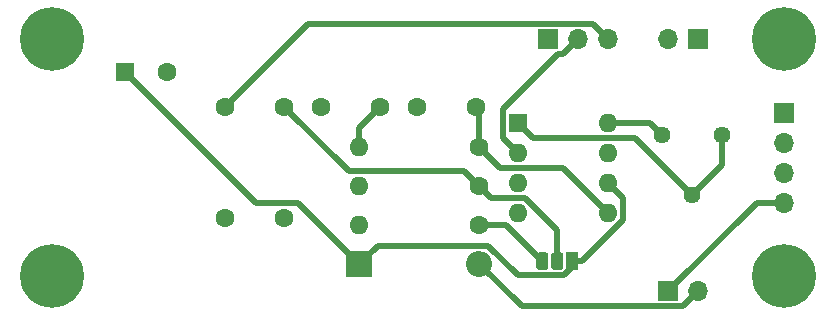
<source format=gbr>
G04 #@! TF.GenerationSoftware,KiCad,Pcbnew,(5.1.6)-1*
G04 #@! TF.CreationDate,2021-04-21T11:19:52-05:00*
G04 #@! TF.ProjectId,PortableAmpSlim,506f7274-6162-46c6-9541-6d70536c696d,rev?*
G04 #@! TF.SameCoordinates,Original*
G04 #@! TF.FileFunction,Copper,L1,Top*
G04 #@! TF.FilePolarity,Positive*
%FSLAX46Y46*%
G04 Gerber Fmt 4.6, Leading zero omitted, Abs format (unit mm)*
G04 Created by KiCad (PCBNEW (5.1.6)-1) date 2021-04-21 11:19:52*
%MOMM*%
%LPD*%
G01*
G04 APERTURE LIST*
G04 #@! TA.AperFunction,ComponentPad*
%ADD10R,1.600000X1.600000*%
G04 #@! TD*
G04 #@! TA.AperFunction,ComponentPad*
%ADD11C,1.600000*%
G04 #@! TD*
G04 #@! TA.AperFunction,ComponentPad*
%ADD12R,2.200000X2.200000*%
G04 #@! TD*
G04 #@! TA.AperFunction,ComponentPad*
%ADD13O,2.200000X2.200000*%
G04 #@! TD*
G04 #@! TA.AperFunction,ComponentPad*
%ADD14C,5.400000*%
G04 #@! TD*
G04 #@! TA.AperFunction,ComponentPad*
%ADD15R,1.700000X1.700000*%
G04 #@! TD*
G04 #@! TA.AperFunction,ComponentPad*
%ADD16O,1.700000X1.700000*%
G04 #@! TD*
G04 #@! TA.AperFunction,ComponentPad*
%ADD17R,1.050000X1.500000*%
G04 #@! TD*
G04 #@! TA.AperFunction,ComponentPad*
%ADD18O,1.600000X1.600000*%
G04 #@! TD*
G04 #@! TA.AperFunction,ComponentPad*
%ADD19C,1.440000*%
G04 #@! TD*
G04 #@! TA.AperFunction,Conductor*
%ADD20C,0.500000*%
G04 #@! TD*
G04 APERTURE END LIST*
D10*
G04 #@! TO.P,C1,1*
G04 #@! TO.N,Net-(C1-Pad1)*
X109220000Y-64770000D03*
D11*
G04 #@! TO.P,C1,2*
G04 #@! TO.N,GND*
X112720000Y-64770000D03*
G04 #@! TD*
G04 #@! TO.P,C2,1*
G04 #@! TO.N,Net-(C2-Pad1)*
X122682000Y-67710000D03*
G04 #@! TO.P,C2,2*
G04 #@! TO.N,Net-(C2-Pad2)*
X117682000Y-67710000D03*
G04 #@! TD*
G04 #@! TO.P,C3,2*
G04 #@! TO.N,Net-(C3-Pad2)*
X117682000Y-77108000D03*
G04 #@! TO.P,C3,1*
G04 #@! TO.N,GND*
X122682000Y-77108000D03*
G04 #@! TD*
G04 #@! TO.P,C4,2*
G04 #@! TO.N,GND*
X125810000Y-67710000D03*
G04 #@! TO.P,C4,1*
G04 #@! TO.N,Net-(C4-Pad1)*
X130810000Y-67710000D03*
G04 #@! TD*
G04 #@! TO.P,C5,1*
G04 #@! TO.N,Net-(C5-Pad1)*
X138938000Y-67710000D03*
G04 #@! TO.P,C5,2*
G04 #@! TO.N,Net-(C5-Pad2)*
X133938000Y-67710000D03*
G04 #@! TD*
D12*
G04 #@! TO.P,D1,1*
G04 #@! TO.N,Net-(C1-Pad1)*
X129032000Y-81026000D03*
D13*
G04 #@! TO.P,D1,2*
G04 #@! TO.N,Net-(D1-Pad2)*
X139192000Y-81026000D03*
G04 #@! TD*
D14*
G04 #@! TO.P,H1,1*
G04 #@! TO.N,GND*
X103000000Y-62000000D03*
G04 #@! TD*
G04 #@! TO.P,H2,1*
G04 #@! TO.N,GND*
X103000000Y-82000000D03*
G04 #@! TD*
G04 #@! TO.P,H3,1*
G04 #@! TO.N,GND*
X165000000Y-62000000D03*
G04 #@! TD*
G04 #@! TO.P,H4,1*
G04 #@! TO.N,GND*
X165000000Y-82000000D03*
G04 #@! TD*
D15*
G04 #@! TO.P,J1,1*
G04 #@! TO.N,GND*
X165000000Y-68190000D03*
D16*
G04 #@! TO.P,J1,2*
X165000000Y-70730000D03*
G04 #@! TO.P,J1,3*
G04 #@! TO.N,Input*
X165000000Y-73270000D03*
G04 #@! TO.P,J1,4*
G04 #@! TO.N,9V*
X165000000Y-75810000D03*
G04 #@! TD*
D15*
G04 #@! TO.P,J2,1*
G04 #@! TO.N,GND*
X157734000Y-62000000D03*
D16*
G04 #@! TO.P,J2,2*
G04 #@! TO.N,Net-(C5-Pad2)*
X155194000Y-62000000D03*
G04 #@! TD*
G04 #@! TO.P,Q1,2*
G04 #@! TO.N,Net-(C2-Pad1)*
G04 #@! TA.AperFunction,ComponentPad*
G36*
G01*
X146321000Y-80284500D02*
X146321000Y-81259500D01*
G75*
G02*
X146058500Y-81522000I-262500J0D01*
G01*
X145533500Y-81522000D01*
G75*
G02*
X145271000Y-81259500I0J262500D01*
G01*
X145271000Y-80284500D01*
G75*
G02*
X145533500Y-80022000I262500J0D01*
G01*
X146058500Y-80022000D01*
G75*
G02*
X146321000Y-80284500I0J-262500D01*
G01*
G37*
G04 #@! TD.AperFunction*
G04 #@! TO.P,Q1,3*
G04 #@! TO.N,Input*
G04 #@! TA.AperFunction,ComponentPad*
G36*
G01*
X145051000Y-80284500D02*
X145051000Y-81259500D01*
G75*
G02*
X144788500Y-81522000I-262500J0D01*
G01*
X144263500Y-81522000D01*
G75*
G02*
X144001000Y-81259500I0J262500D01*
G01*
X144001000Y-80284500D01*
G75*
G02*
X144263500Y-80022000I262500J0D01*
G01*
X144788500Y-80022000D01*
G75*
G02*
X145051000Y-80284500I0J-262500D01*
G01*
G37*
G04 #@! TD.AperFunction*
D17*
G04 #@! TO.P,Q1,1*
G04 #@! TO.N,Net-(C1-Pad1)*
X147066000Y-80772000D03*
G04 #@! TD*
D18*
G04 #@! TO.P,R1,2*
G04 #@! TO.N,GND*
X129032000Y-77724000D03*
D11*
G04 #@! TO.P,R1,1*
G04 #@! TO.N,Input*
X139192000Y-77724000D03*
G04 #@! TD*
G04 #@! TO.P,R2,1*
G04 #@! TO.N,Net-(C2-Pad1)*
X139192000Y-74422000D03*
D18*
G04 #@! TO.P,R2,2*
G04 #@! TO.N,GND*
X129032000Y-74422000D03*
G04 #@! TD*
D11*
G04 #@! TO.P,R3,1*
G04 #@! TO.N,Net-(C5-Pad1)*
X139192000Y-71120000D03*
D18*
G04 #@! TO.P,R3,2*
G04 #@! TO.N,Net-(C4-Pad1)*
X129032000Y-71120000D03*
G04 #@! TD*
D16*
G04 #@! TO.P,RV1,3*
G04 #@! TO.N,Net-(C2-Pad2)*
X150114000Y-61976000D03*
G04 #@! TO.P,RV1,2*
G04 #@! TO.N,Net-(RV1-Pad2)*
X147574000Y-61976000D03*
D15*
G04 #@! TO.P,RV1,1*
G04 #@! TO.N,GND*
X145034000Y-61976000D03*
G04 #@! TD*
G04 #@! TO.P,SW1,1*
G04 #@! TO.N,9V*
X155194000Y-83312000D03*
D16*
G04 #@! TO.P,SW1,2*
G04 #@! TO.N,Net-(D1-Pad2)*
X157734000Y-83312000D03*
G04 #@! TD*
D10*
G04 #@! TO.P,U1,1*
G04 #@! TO.N,Net-(RV2-Pad2)*
X142494000Y-69088000D03*
D18*
G04 #@! TO.P,U1,5*
G04 #@! TO.N,Net-(C5-Pad1)*
X150114000Y-76708000D03*
G04 #@! TO.P,U1,2*
G04 #@! TO.N,Net-(RV1-Pad2)*
X142494000Y-71628000D03*
G04 #@! TO.P,U1,6*
G04 #@! TO.N,Net-(C1-Pad1)*
X150114000Y-74168000D03*
G04 #@! TO.P,U1,3*
G04 #@! TO.N,GND*
X142494000Y-74168000D03*
G04 #@! TO.P,U1,7*
G04 #@! TO.N,Net-(C3-Pad2)*
X150114000Y-71628000D03*
G04 #@! TO.P,U1,4*
G04 #@! TO.N,GND*
X142494000Y-76708000D03*
G04 #@! TO.P,U1,8*
G04 #@! TO.N,Net-(RV2-Pad1)*
X150114000Y-69088000D03*
G04 #@! TD*
D19*
G04 #@! TO.P,RV2,3*
G04 #@! TO.N,Net-(RV2-Pad2)*
X159766000Y-70104000D03*
G04 #@! TO.P,RV2,2*
X157226000Y-75184000D03*
G04 #@! TO.P,RV2,1*
G04 #@! TO.N,Net-(RV2-Pad1)*
X154686000Y-70104000D03*
G04 #@! TD*
D20*
G04 #@! TO.N,Net-(C1-Pad1)*
X151364001Y-77308001D02*
X147900002Y-80772000D01*
X147900002Y-80772000D02*
X147066000Y-80772000D01*
X151364001Y-75418001D02*
X151364001Y-77308001D01*
X150114000Y-74168000D02*
X151364001Y-75418001D01*
X123863999Y-75857999D02*
X120307999Y-75857999D01*
X120307999Y-75857999D02*
X109220000Y-64770000D01*
X129032000Y-81026000D02*
X123863999Y-75857999D01*
X130582001Y-79475999D02*
X129032000Y-81026000D01*
X139936001Y-79475999D02*
X130582001Y-79475999D01*
X142432012Y-81972010D02*
X139936001Y-79475999D01*
X146353634Y-81972010D02*
X142432012Y-81972010D01*
X147066000Y-81259644D02*
X146353634Y-81972010D01*
X147066000Y-80772000D02*
X147066000Y-81259644D01*
G04 #@! TO.N,Net-(C2-Pad1)*
X140188001Y-75418001D02*
X139192000Y-74422000D01*
X145796000Y-78159998D02*
X143054003Y-75418001D01*
X143054003Y-75418001D02*
X140188001Y-75418001D01*
X145796000Y-80772000D02*
X145796000Y-78159998D01*
X128143999Y-73171999D02*
X122682000Y-67710000D01*
X137941999Y-73171999D02*
X128143999Y-73171999D01*
X139192000Y-74422000D02*
X137941999Y-73171999D01*
G04 #@! TO.N,Net-(C2-Pad2)*
X148813999Y-60675999D02*
X150114000Y-61976000D01*
X124716001Y-60675999D02*
X148813999Y-60675999D01*
X117682000Y-67710000D02*
X124716001Y-60675999D01*
G04 #@! TO.N,Net-(C4-Pad1)*
X129032000Y-69488000D02*
X130810000Y-67710000D01*
X129032000Y-71120000D02*
X129032000Y-69488000D01*
G04 #@! TO.N,Net-(C5-Pad1)*
X139192000Y-67964000D02*
X138938000Y-67710000D01*
X139192000Y-71120000D02*
X139192000Y-67964000D01*
X146323999Y-72917999D02*
X150114000Y-76708000D01*
X140989999Y-72917999D02*
X146323999Y-72917999D01*
X139192000Y-71120000D02*
X140989999Y-72917999D01*
G04 #@! TO.N,Net-(D1-Pad2)*
X142778001Y-84612001D02*
X139192000Y-81026000D01*
X156433999Y-84612001D02*
X142778001Y-84612001D01*
X157734000Y-83312000D02*
X156433999Y-84612001D01*
G04 #@! TO.N,Input*
X141478000Y-77724000D02*
X144526000Y-80772000D01*
X139192000Y-77724000D02*
X141478000Y-77724000D01*
G04 #@! TO.N,9V*
X162696000Y-75810000D02*
X165000000Y-75810000D01*
X155194000Y-83312000D02*
X162696000Y-75810000D01*
G04 #@! TO.N,Net-(RV1-Pad2)*
X145895997Y-63276001D02*
X146273999Y-63276001D01*
X146273999Y-63276001D02*
X147574000Y-61976000D01*
X141243999Y-67927999D02*
X145895997Y-63276001D01*
X141243999Y-70377999D02*
X141243999Y-67927999D01*
X142494000Y-71628000D02*
X141243999Y-70377999D01*
G04 #@! TO.N,Net-(RV2-Pad1)*
X153670000Y-69088000D02*
X154686000Y-70104000D01*
X150114000Y-69088000D02*
X153670000Y-69088000D01*
G04 #@! TO.N,Net-(RV2-Pad2)*
X159766000Y-72644000D02*
X157226000Y-75184000D01*
X159766000Y-70104000D02*
X159766000Y-72644000D01*
X152380001Y-70338001D02*
X157226000Y-75184000D01*
X143744001Y-70338001D02*
X152380001Y-70338001D01*
X142494000Y-69088000D02*
X143744001Y-70338001D01*
G04 #@! TD*
M02*

</source>
